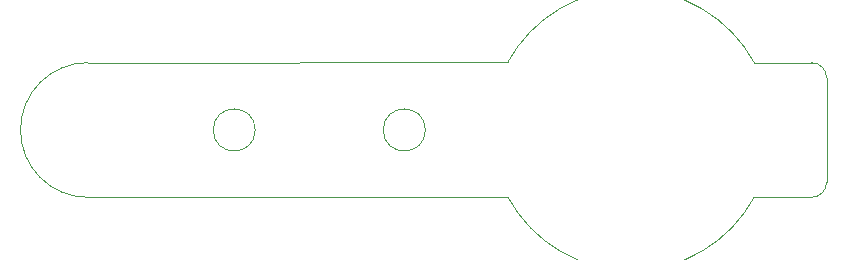
<source format=gm1>
%TF.GenerationSoftware,KiCad,Pcbnew,8.0.4*%
%TF.CreationDate,2024-08-23T23:03:49+05:30*%
%TF.ProjectId,Prj 1 - LED torch,50726a20-3120-42d2-904c-454420746f72,0.1*%
%TF.SameCoordinates,Original*%
%TF.FileFunction,Profile,NP*%
%FSLAX46Y46*%
G04 Gerber Fmt 4.6, Leading zero omitted, Abs format (unit mm)*
G04 Created by KiCad (PCBNEW 8.0.4) date 2024-08-23 23:03:49*
%MOMM*%
%LPD*%
G01*
G04 APERTURE LIST*
%TA.AperFunction,Profile*%
%ADD10C,0.050000*%
%TD*%
G04 APERTURE END LIST*
D10*
X183550000Y-123330000D02*
G75*
G02*
X182280000Y-124600000I-1270000J0D01*
G01*
X182280000Y-113200000D02*
G75*
G02*
X183550000Y-114470000I0J-1270000D01*
G01*
X182280000Y-124600000D02*
X177417189Y-124600000D01*
X182280000Y-113200000D02*
X177423284Y-113200000D01*
X177417189Y-124600000D02*
G75*
G02*
X156580815Y-124596325I-10417189J5660000D01*
G01*
X156542162Y-113184756D02*
G75*
G02*
X177423286Y-113194716I10437838J-5715244D01*
G01*
X121000000Y-124600000D02*
G75*
G02*
X121000000Y-113200000I0J5700000D01*
G01*
X135180449Y-118900000D02*
G75*
G02*
X131619551Y-118900000I-1780449J0D01*
G01*
X131619551Y-118900000D02*
G75*
G02*
X135180449Y-118900000I1780449J0D01*
G01*
X121000000Y-124600000D02*
X156574044Y-124600000D01*
X156542161Y-113184756D02*
X121000000Y-113200000D01*
X183550000Y-123330000D02*
X183550000Y-114470000D01*
X149580449Y-118900000D02*
G75*
G02*
X146019551Y-118900000I-1780449J0D01*
G01*
X146019551Y-118900000D02*
G75*
G02*
X149580449Y-118900000I1780449J0D01*
G01*
M02*

</source>
